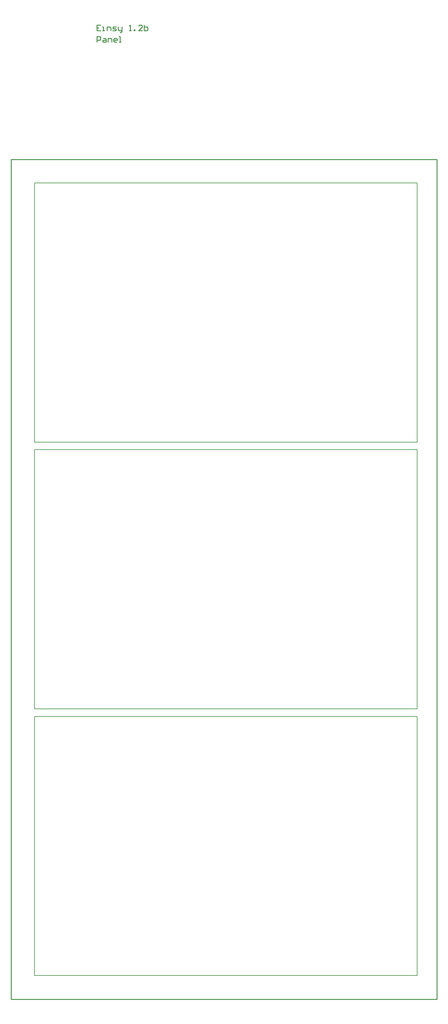
<source format=gm1>
G04*
G04 #@! TF.GenerationSoftware,Altium Limited,Altium Designer,19.1.5 (86)*
G04*
G04 Layer_Color=16711935*
%FSLAX24Y24*%
%MOIN*%
G70*
G01*
G75*
%ADD12C,0.0100*%
%ADD14C,0.0080*%
G54D12*
X-2430Y-30886D02*
X-2430Y59705D01*
X43570D01*
X43570Y-30886D02*
X43570Y59705D01*
X-2430Y-30886D02*
X43570D01*
X7220Y74214D02*
X6820D01*
Y73614D01*
X7220D01*
X6820Y73914D02*
X7020D01*
X7420Y73614D02*
X7620D01*
X7520D01*
Y74014D01*
X7420D01*
X7920Y73614D02*
Y74014D01*
X8220D01*
X8320Y73914D01*
Y73614D01*
X8519D02*
X8819D01*
X8919Y73714D01*
X8819Y73814D01*
X8619D01*
X8519Y73914D01*
X8619Y74014D01*
X8919D01*
X9119D02*
Y73714D01*
X9219Y73614D01*
X9519D01*
Y73514D01*
X9419Y73414D01*
X9319D01*
X9519Y73614D02*
Y74014D01*
X10319Y73614D02*
X10519D01*
X10419D01*
Y74214D01*
X10319Y74114D01*
X10819Y73614D02*
Y73714D01*
X10919D01*
Y73614D01*
X10819D01*
X11718D02*
X11319D01*
X11718Y74014D01*
Y74114D01*
X11618Y74214D01*
X11419D01*
X11319Y74114D01*
X11918Y74214D02*
Y73614D01*
X12218D01*
X12318Y73714D01*
Y73814D01*
Y73914D01*
X12218Y74014D01*
X11918D01*
X6820Y72364D02*
Y72964D01*
X7120D01*
X7220Y72864D01*
Y72664D01*
X7120Y72564D01*
X6820D01*
X7520Y72764D02*
X7720D01*
X7820Y72664D01*
Y72364D01*
X7520D01*
X7420Y72464D01*
X7520Y72564D01*
X7820D01*
X8020Y72364D02*
Y72764D01*
X8320D01*
X8419Y72664D01*
Y72364D01*
X8919D02*
X8719D01*
X8619Y72464D01*
Y72664D01*
X8719Y72764D01*
X8919D01*
X9019Y72664D01*
Y72564D01*
X8619D01*
X9219Y72364D02*
X9419D01*
X9319D01*
Y72964D01*
X9219D01*
G54D14*
X109Y-394D02*
X41448D01*
X109Y-28346D02*
X41448D01*
X109D02*
Y-394D01*
X41448Y-28346D02*
Y-394D01*
X109Y28386D02*
X41448D01*
X109Y433D02*
X41448D01*
X109D02*
Y28386D01*
X41448Y433D02*
Y28386D01*
X109Y57165D02*
X41448D01*
X109Y29213D02*
X41448D01*
X109D02*
Y57165D01*
X41448Y29213D02*
Y57165D01*
M02*

</source>
